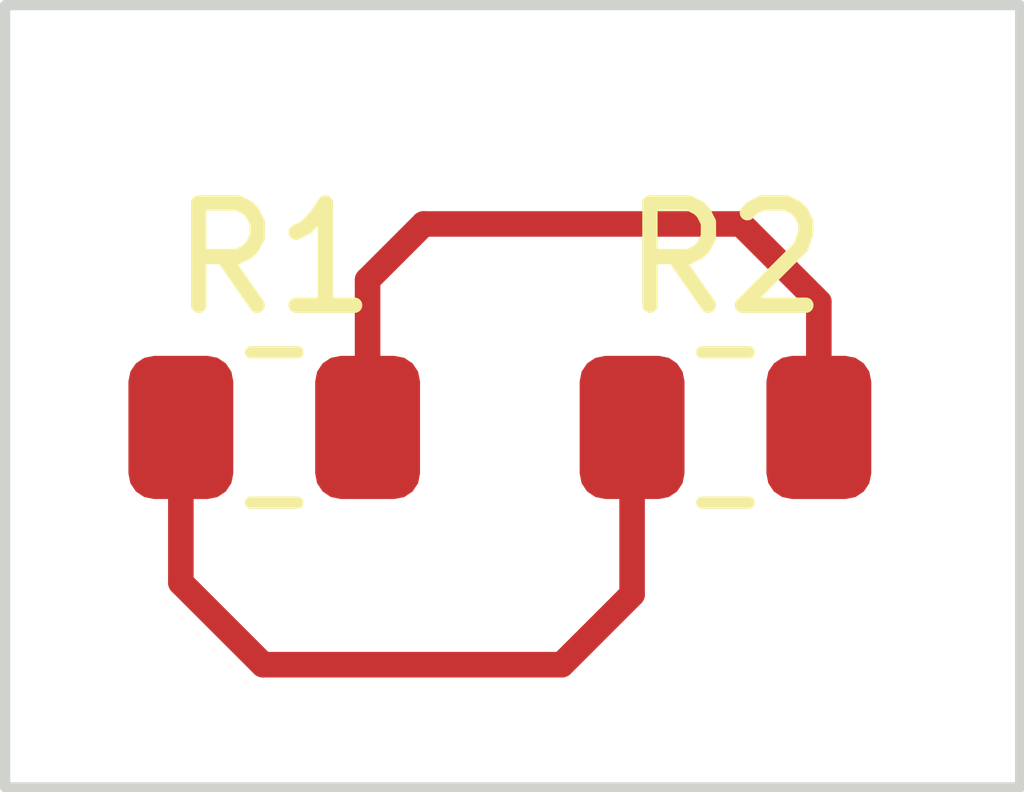
<source format=kicad_pcb>
(kicad_pcb (version 20211014) (generator pcbnew)
  (layers (0 "F.Cu" signal) (31 "B.Cu" signal) (34 "B.Paste" user) (35 "F.Paste" user) (36 "B.SilkS" user "B.Silkscreen") (37 "F.SilkS" user "F.Silkscreen") (38 "B.Mask" user) (39 "F.Mask" user) (44 "Edge.Cuts" user))
  (net 0 "")
  (net 1 "Net-(R1-Pad1)")
  (net 2 "Net-(R1-Pad2)")
  (footprint "Resistor_SMD:R_0805_2012Metric" (layer "F.Cu") (at 141.7 90.21)
    (fp_text reference "R1" (at 0 -1.65) (layer "F.SilkS"))
    (fp_text value "R")
    (fp_line (start -0.227064 0.735) (end 0.227064 0.735) (layer "F.SilkS") (width 0.12))
    (fp_line (start -0.227064 -0.735) (end 0.227064 -0.735) (layer "F.SilkS") (width 0.12))
    (pad "1" smd roundrect (at -0.9125 0) (size 1.025 1.4) (layers "F.Cu" "F.Paste" "F.Mask") (roundrect_rratio 0.243902) (net 1 "Net-(R1-Pad1)"))
    (pad "2" smd roundrect (at 0.9125 0) (size 1.025 1.4) (layers "F.Cu" "F.Paste" "F.Mask") (roundrect_rratio 0.243902) (net 2 "Net-(R1-Pad2)"))
  )
  (footprint "Resistor_SMD:R_0805_2012Metric" (layer "F.Cu") (at 146.11 90.21)
    (fp_text reference "R2" (at 0 -1.65) (layer "F.SilkS"))
    (fp_text value "R")
    (fp_line (start -0.227064 -0.735) (end 0.227064 -0.735) (layer "F.SilkS") (width 0.12))
    (fp_line (start -0.227064 0.735) (end 0.227064 0.735) (layer "F.SilkS") (width 0.12))
    (pad "1" smd roundrect (at -0.9125 0) (size 1.025 1.4) (layers "F.Cu" "F.Paste" "F.Mask") (roundrect_rratio 0.243902) (net 1 "Net-(R1-Pad1)"))
    (pad "2" smd roundrect (at 0.9125 0) (size 1.025 1.4) (layers "F.Cu" "F.Paste" "F.Mask") (roundrect_rratio 0.243902) (net 2 "Net-(R1-Pad2)"))
  )
  (gr_rect (start 139.07 86.08) (end 148.99 93.73) (layer "Edge.Cuts") (width 0.1) (fill none))
  (segment (start 140.7875 91.7275) (end 141.59 92.53) (width 0.25) (layer "F.Cu") (net 1))
  (segment (start 145.1975 91.8425) (end 145.1975 90.21) (width 0.25) (layer "F.Cu") (net 1))
  (segment (start 141.59 92.53) (end 144.51 92.53) (width 0.25) (layer "F.Cu") (net 1))
  (segment (start 144.51 92.53) (end 145.1975 91.8425) (width 0.25) (layer "F.Cu") (net 1))
  (segment (start 140.7875 90.21) (end 140.7875 91.7275) (width 0.25) (layer "F.Cu") (net 1))
  (segment (start 143.16 88.22) (end 146.26 88.22) (width 0.25) (layer "F.Cu") (net 2))
  (segment (start 142.6125 90.21) (end 142.6125 88.7675) (width 0.25) (layer "F.Cu") (net 2))
  (segment (start 147.0225 88.9825) (end 147.0225 90.21) (width 0.25) (layer "F.Cu") (net 2))
  (segment (start 146.26 88.22) (end 147.0225 88.9825) (width 0.25) (layer "F.Cu") (net 2))
  (segment (start 142.6125 88.7675) (end 143.16 88.22) (width 0.25) (layer "F.Cu") (net 2))
)
</source>
